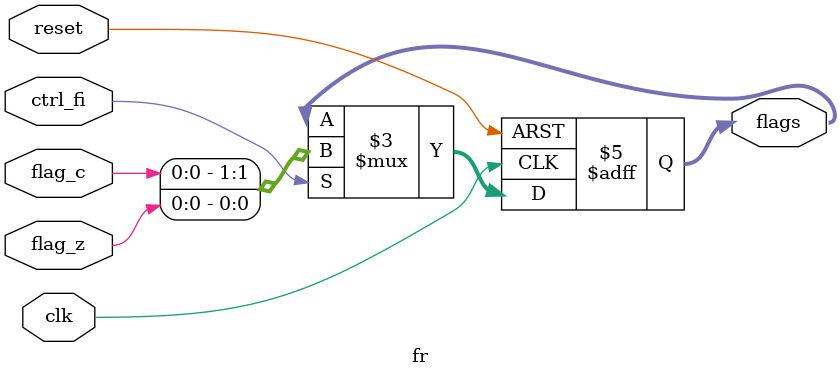
<source format=v>
module fr(
	input clk,
	input reset,
	input ctrl_fi,
	input flag_c,
	input flag_z,
	output reg [1:0] flags = 0);
	
always @(posedge clk or posedge reset) begin
	if (reset)
		flags <= 0;
	else if (ctrl_fi)
		flags <= {flag_c, flag_z};
end

endmodule
</source>
